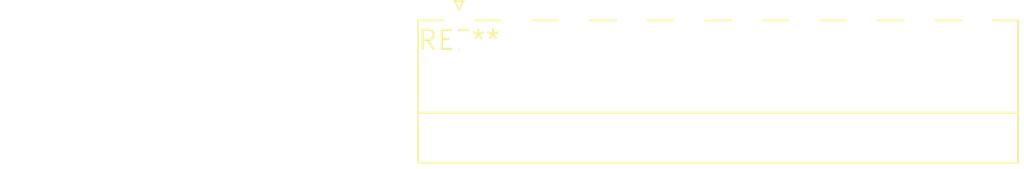
<source format=kicad_pcb>
(kicad_pcb (version 20240108) (generator pcbnew)
  (layers (0 "F.Cu" signal) (31 "B.Cu" signal) (34 "B.Paste" user) (35 "F.Paste" user) (36 "B.SilkS" user "B.Silkscreen") (37 "F.SilkS" user "F.Silkscreen") (38 "B.Mask" user) (39 "F.Mask" user) (44 "Edge.Cuts" user))
  (net 0 "")
  (footprint "PhoenixContact_MC_1,5_10-G-3.81_1x10_P3.81mm_Horizontal" (layer "F.Cu") (at 0 0)
    (property "Reference" "REF**")
    (property "Value" "PhoenixContact_MC_1,5_10-G-3.81_1x10_P3.81mm_Horizontal")
    (fp_line (start -2.71 -1.31) (end -2.71 8.11) (layer "F.SilkS") (stroke (width 0.12)))
    (fp_line (start -2.71 -1.31) (end -1.05 -1.31) (layer "F.SilkS") (stroke (width 0.12)))
    (fp_line (start -2.71 4.8) (end 37 4.8) (layer "F.SilkS") (stroke (width 0.12)))
    (fp_line (start -2.71 8.11) (end 37 8.11) (layer "F.SilkS") (stroke (width 0.12)))
    (fp_line (start -0.3 -2.6) (end 0.3 -2.6) (layer "F.SilkS") (stroke (width 0.12)))
    (fp_line (start 0 -2) (end -0.3 -2.6) (layer "F.SilkS") (stroke (width 0.12)))
    (fp_line (start 0.3 -2.6) (end 0 -2) (layer "F.SilkS") (stroke (width 0.12)))
    (fp_line (start 1.05 -1.31) (end 2.76 -1.31) (layer "F.SilkS") (stroke (width 0.12)))
    (fp_line (start 4.86 -1.31) (end 6.57 -1.31) (layer "F.SilkS") (stroke (width 0.12)))
    (fp_line (start 8.67 -1.31) (end 10.38 -1.31) (layer "F.SilkS") (stroke (width 0.12)))
    (fp_line (start 12.48 -1.31) (end 14.19 -1.31) (layer "F.SilkS") (stroke (width 0.12)))
    (fp_line (start 16.29 -1.31) (end 18 -1.31) (layer "F.SilkS") (stroke (width 0.12)))
    (fp_line (start 20.1 -1.31) (end 21.81 -1.31) (layer "F.SilkS") (stroke (width 0.12)))
    (fp_line (start 23.91 -1.31) (end 25.62 -1.31) (layer "F.SilkS") (stroke (width 0.12)))
    (fp_line (start 27.72 -1.31) (end 29.43 -1.31) (layer "F.SilkS") (stroke (width 0.12)))
    (fp_line (start 31.53 -1.31) (end 33.24 -1.31) (layer "F.SilkS") (stroke (width 0.12)))
    (fp_line (start 37 -1.31) (end 35.34 -1.31) (layer "F.SilkS") (stroke (width 0.12)))
    (fp_line (start 37 8.11) (end 37 -1.31) (layer "F.SilkS") (stroke (width 0.12)))
    (pad "1" thru_hole roundrect (at 0 0) (size 1.8 3.6) (drill 1.2) (layers *.Cu *.Mask) (remove_unused_layers) (roundrect_rratio 0.138889))
    (pad "2" thru_hole oval (at 3.81 0) (size 1.8 3.6) (drill 1.2) (layers *.Cu *.Mask) (remove_unused_layers))
    (pad "3" thru_hole oval (at 7.62 0) (size 1.8 3.6) (drill 1.2) (layers *.Cu *.Mask) (remove_unused_layers))
    (pad "4" thru_hole oval (at 11.43 0) (size 1.8 3.6) (drill 1.2) (layers *.Cu *.Mask) (remove_unused_layers))
    (pad "5" thru_hole oval (at 15.24 0) (size 1.8 3.6) (drill 1.2) (layers *.Cu *.Mask) (remove_unused_layers))
    (pad "6" thru_hole oval (at 19.05 0) (size 1.8 3.6) (drill 1.2) (layers *.Cu *.Mask) (remove_unused_layers))
    (pad "7" thru_hole oval (at 22.86 0) (size 1.8 3.6) (drill 1.2) (layers *.Cu *.Mask) (remove_unused_layers))
    (pad "8" thru_hole oval (at 26.67 0) (size 1.8 3.6) (drill 1.2) (layers *.Cu *.Mask) (remove_unused_layers))
    (pad "9" thru_hole oval (at 30.48 0) (size 1.8 3.6) (drill 1.2) (layers *.Cu *.Mask) (remove_unused_layers))
    (pad "10" thru_hole oval (at 34.29 0) (size 1.8 3.6) (drill 1.2) (layers *.Cu *.Mask) (remove_unused_layers))
  )
)
</source>
